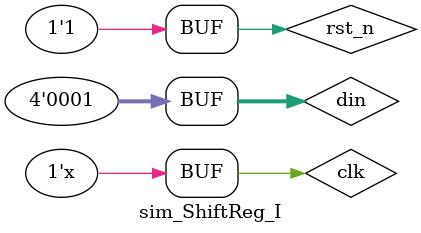
<source format=v>
`timescale 1ns / 1ps


module sim_ShiftReg_I( );
parameter CNT_SIZE = 4;
reg rst_n;
reg clk;
reg [CNT_SIZE-1 : 0]din;
wire [CNT_SIZE-1 : 0] cnt;
ShiftReg u_ShiftReg(.rst_n(rst_n),.clk(clk),.cnt(cnt));
initial begin
clk=0;
din=4'b0001;
rst_n=0;#30;
rst_n=1;
end
always begin
#20 clk=~clk;
end
endmodule

</source>
